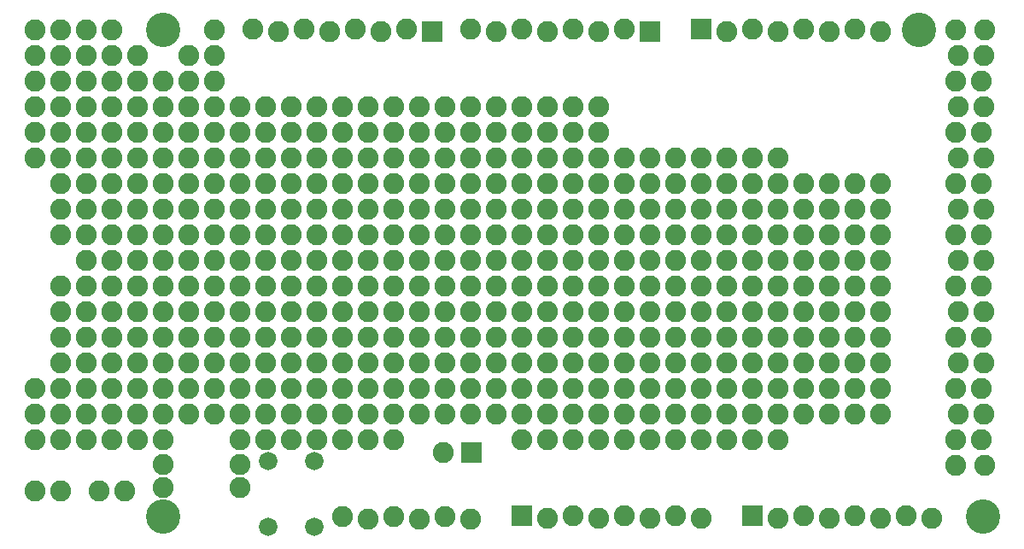
<source format=gbs>
G75*
%MOIN*%
%OFA0B0*%
%FSLAX24Y24*%
%IPPOS*%
%LPD*%
%AMOC8*
5,1,8,0,0,1.08239X$1,22.5*
%
%ADD10C,0.1340*%
%ADD11R,0.0820X0.0820*%
%ADD12C,0.0820*%
%ADD13C,0.0720*%
D10*
X006333Y004500D03*
X038333Y004500D03*
X035833Y023500D03*
X006333Y023500D03*
D11*
X016833Y023450D03*
X025333Y023450D03*
X027333Y023550D03*
X018383Y007000D03*
X020333Y004550D03*
X029333Y004550D03*
D12*
X030333Y004450D03*
X031333Y004550D03*
X032333Y004450D03*
X033333Y004550D03*
X034333Y004450D03*
X035333Y004550D03*
X036333Y004450D03*
X037263Y006500D03*
X038403Y006500D03*
X038283Y007500D03*
X037283Y007500D03*
X037383Y008500D03*
X038383Y008500D03*
X038283Y009500D03*
X037283Y009500D03*
X037383Y010500D03*
X038383Y010500D03*
X038283Y011500D03*
X037283Y011500D03*
X037383Y012500D03*
X038383Y012500D03*
X038283Y013500D03*
X037283Y013500D03*
X037383Y014500D03*
X038383Y014500D03*
X038283Y015500D03*
X037283Y015500D03*
X037383Y016500D03*
X038383Y016500D03*
X038283Y017500D03*
X037283Y017500D03*
X037383Y018500D03*
X038383Y018500D03*
X038283Y019500D03*
X037283Y019500D03*
X037383Y020500D03*
X038383Y020500D03*
X038283Y021500D03*
X037283Y021500D03*
X037383Y022500D03*
X038383Y022500D03*
X038403Y023500D03*
X037263Y023500D03*
X034333Y023450D03*
X033333Y023550D03*
X032333Y023450D03*
X031333Y023550D03*
X030333Y023450D03*
X029333Y023550D03*
X028333Y023450D03*
X024333Y023550D03*
X023333Y023450D03*
X022333Y023550D03*
X021333Y023450D03*
X020333Y023550D03*
X019333Y023450D03*
X018333Y023550D03*
X015833Y023550D03*
X014833Y023450D03*
X013833Y023550D03*
X012833Y023450D03*
X011833Y023550D03*
X010833Y023450D03*
X009833Y023550D03*
X008333Y023500D03*
X008333Y022500D03*
X007333Y022500D03*
X007333Y021500D03*
X008333Y021500D03*
X008333Y020500D03*
X007333Y020500D03*
X006333Y020500D03*
X005333Y020500D03*
X004333Y020500D03*
X003333Y020500D03*
X002333Y020500D03*
X001333Y020500D03*
X001333Y019500D03*
X002333Y019500D03*
X003333Y019500D03*
X004333Y019500D03*
X005333Y019500D03*
X006333Y019500D03*
X007333Y019500D03*
X008333Y019500D03*
X009333Y019500D03*
X010333Y019500D03*
X011333Y019500D03*
X012333Y019500D03*
X013333Y019500D03*
X014333Y019500D03*
X015333Y019500D03*
X016333Y019500D03*
X017333Y019500D03*
X018333Y019500D03*
X019333Y019500D03*
X020333Y019500D03*
X021333Y019500D03*
X022333Y019500D03*
X023333Y019500D03*
X023333Y018500D03*
X024333Y018500D03*
X025333Y018500D03*
X026333Y018500D03*
X027333Y018500D03*
X028333Y018500D03*
X029333Y018500D03*
X030333Y018500D03*
X030333Y017500D03*
X029333Y017500D03*
X028333Y017500D03*
X027333Y017500D03*
X026333Y017500D03*
X025333Y017500D03*
X024333Y017500D03*
X023333Y017500D03*
X022333Y017500D03*
X021333Y017500D03*
X020333Y017500D03*
X019333Y017500D03*
X018333Y017500D03*
X017333Y017500D03*
X016333Y017500D03*
X015333Y017500D03*
X014333Y017500D03*
X013333Y017500D03*
X012333Y017500D03*
X011333Y017500D03*
X010333Y017500D03*
X009333Y017500D03*
X008333Y017500D03*
X007333Y017500D03*
X006333Y017500D03*
X005333Y017500D03*
X004333Y017500D03*
X003333Y017500D03*
X002333Y017500D03*
X002333Y016500D03*
X003333Y016500D03*
X004333Y016500D03*
X005333Y016500D03*
X006333Y016500D03*
X007333Y016500D03*
X008333Y016500D03*
X009333Y016500D03*
X010333Y016500D03*
X011333Y016500D03*
X012333Y016500D03*
X013333Y016500D03*
X014333Y016500D03*
X015333Y016500D03*
X016333Y016500D03*
X017333Y016500D03*
X018333Y016500D03*
X019333Y016500D03*
X020333Y016500D03*
X021333Y016500D03*
X022333Y016500D03*
X023333Y016500D03*
X024333Y016500D03*
X025333Y016500D03*
X026333Y016500D03*
X027333Y016500D03*
X028333Y016500D03*
X029333Y016500D03*
X030333Y016500D03*
X031333Y016500D03*
X032333Y016500D03*
X033333Y016500D03*
X034333Y016500D03*
X034333Y015500D03*
X033333Y015500D03*
X032333Y015500D03*
X031333Y015500D03*
X030333Y015500D03*
X029333Y015500D03*
X028333Y015500D03*
X027333Y015500D03*
X026333Y015500D03*
X025333Y015500D03*
X024333Y015500D03*
X023333Y015500D03*
X022333Y015500D03*
X021333Y015500D03*
X020333Y015500D03*
X019333Y015500D03*
X018333Y015500D03*
X017333Y015500D03*
X016333Y015500D03*
X015333Y015500D03*
X014333Y015500D03*
X013333Y015500D03*
X012333Y015500D03*
X011333Y015500D03*
X010333Y015500D03*
X009333Y015500D03*
X008333Y015500D03*
X007333Y015500D03*
X006333Y015500D03*
X005333Y015500D03*
X004333Y015500D03*
X003333Y015500D03*
X002333Y015500D03*
X003333Y014500D03*
X004333Y014500D03*
X005333Y014500D03*
X006333Y014500D03*
X007333Y014500D03*
X008333Y014500D03*
X009333Y014500D03*
X010333Y014500D03*
X011333Y014500D03*
X012333Y014500D03*
X013333Y014500D03*
X014333Y014500D03*
X015333Y014500D03*
X016333Y014500D03*
X017333Y014500D03*
X018333Y014500D03*
X019333Y014500D03*
X020333Y014500D03*
X021333Y014500D03*
X022333Y014500D03*
X023333Y014500D03*
X024333Y014500D03*
X025333Y014500D03*
X026333Y014500D03*
X027333Y014500D03*
X028333Y014500D03*
X029333Y014500D03*
X030333Y014500D03*
X031333Y014500D03*
X032333Y014500D03*
X033333Y014500D03*
X034333Y014500D03*
X034333Y013500D03*
X033333Y013500D03*
X032333Y013500D03*
X031333Y013500D03*
X030333Y013500D03*
X029333Y013500D03*
X028333Y013500D03*
X027333Y013500D03*
X026333Y013500D03*
X025333Y013500D03*
X024333Y013500D03*
X023333Y013500D03*
X022333Y013500D03*
X021333Y013500D03*
X020333Y013500D03*
X019333Y013500D03*
X018333Y013500D03*
X017333Y013500D03*
X016333Y013500D03*
X015333Y013500D03*
X014333Y013500D03*
X013333Y013500D03*
X012333Y013500D03*
X011333Y013500D03*
X010333Y013500D03*
X009333Y013500D03*
X008333Y013500D03*
X007333Y013500D03*
X006333Y013500D03*
X005333Y013500D03*
X004333Y013500D03*
X003333Y013500D03*
X002333Y013500D03*
X002333Y012500D03*
X003333Y012500D03*
X004333Y012500D03*
X005333Y012500D03*
X006333Y012500D03*
X007333Y012500D03*
X008333Y012500D03*
X009333Y012500D03*
X010333Y012500D03*
X011333Y012500D03*
X012333Y012500D03*
X013333Y012500D03*
X014333Y012500D03*
X015333Y012500D03*
X016333Y012500D03*
X017333Y012500D03*
X018333Y012500D03*
X019333Y012500D03*
X020333Y012500D03*
X021333Y012500D03*
X022333Y012500D03*
X023333Y012500D03*
X024333Y012500D03*
X025333Y012500D03*
X026333Y012500D03*
X027333Y012500D03*
X028333Y012500D03*
X029333Y012500D03*
X030333Y012500D03*
X031333Y012500D03*
X032333Y012500D03*
X033333Y012500D03*
X034333Y012500D03*
X034333Y011500D03*
X033333Y011500D03*
X032333Y011500D03*
X031333Y011500D03*
X030333Y011500D03*
X029333Y011500D03*
X028333Y011500D03*
X027333Y011500D03*
X026333Y011500D03*
X025333Y011500D03*
X024333Y011500D03*
X023333Y011500D03*
X022333Y011500D03*
X021333Y011500D03*
X020333Y011500D03*
X019333Y011500D03*
X018333Y011500D03*
X017333Y011500D03*
X016333Y011500D03*
X015333Y011500D03*
X014333Y011500D03*
X013333Y011500D03*
X012333Y011500D03*
X011333Y011500D03*
X010333Y011500D03*
X009333Y011500D03*
X008333Y011500D03*
X007333Y011500D03*
X006333Y011500D03*
X005333Y011500D03*
X004333Y011500D03*
X003333Y011500D03*
X002333Y011500D03*
X002333Y010500D03*
X003333Y010500D03*
X004333Y010500D03*
X005333Y010500D03*
X006333Y010500D03*
X007333Y010500D03*
X008333Y010500D03*
X009333Y010500D03*
X010333Y010500D03*
X011333Y010500D03*
X012333Y010500D03*
X013333Y010500D03*
X014333Y010500D03*
X015333Y010500D03*
X016333Y010500D03*
X017333Y010500D03*
X018333Y010500D03*
X019333Y010500D03*
X020333Y010500D03*
X021333Y010500D03*
X022333Y010500D03*
X023333Y010500D03*
X024333Y010500D03*
X025333Y010500D03*
X026333Y010500D03*
X027333Y010500D03*
X028333Y010500D03*
X029333Y010500D03*
X030333Y010500D03*
X031333Y010500D03*
X032333Y010500D03*
X033333Y010500D03*
X034333Y010500D03*
X034333Y009500D03*
X033333Y009500D03*
X032333Y009500D03*
X031333Y009500D03*
X030333Y009500D03*
X029333Y009500D03*
X028333Y009500D03*
X027333Y009500D03*
X026333Y009500D03*
X025333Y009500D03*
X024333Y009500D03*
X023333Y009500D03*
X022333Y009500D03*
X021333Y009500D03*
X020333Y009500D03*
X019333Y009500D03*
X018333Y009500D03*
X017333Y009500D03*
X016333Y009500D03*
X015333Y009500D03*
X014333Y009500D03*
X013333Y009500D03*
X012333Y009500D03*
X011333Y009500D03*
X010333Y009500D03*
X009333Y009500D03*
X008333Y009500D03*
X007333Y009500D03*
X006333Y009500D03*
X005333Y009500D03*
X004333Y009500D03*
X003333Y009500D03*
X002333Y009500D03*
X001333Y009500D03*
X001333Y008500D03*
X002333Y008500D03*
X003333Y008500D03*
X004333Y008500D03*
X005333Y008500D03*
X006333Y008500D03*
X007333Y008500D03*
X008333Y008500D03*
X009333Y008500D03*
X010333Y008500D03*
X011333Y008500D03*
X012333Y008500D03*
X013333Y008500D03*
X014333Y008500D03*
X015333Y008500D03*
X016333Y008500D03*
X017333Y008500D03*
X018333Y008500D03*
X019333Y008500D03*
X020333Y008500D03*
X021333Y008500D03*
X022333Y008500D03*
X023333Y008500D03*
X024333Y008500D03*
X025333Y008500D03*
X026333Y008500D03*
X027333Y008500D03*
X028333Y008500D03*
X029333Y008500D03*
X030333Y008500D03*
X031333Y008500D03*
X032333Y008500D03*
X033333Y008500D03*
X034333Y008500D03*
X030333Y007500D03*
X029333Y007500D03*
X028333Y007500D03*
X027333Y007500D03*
X026333Y007500D03*
X025333Y007500D03*
X024333Y007500D03*
X023333Y007500D03*
X022333Y007500D03*
X021333Y007500D03*
X020333Y007500D03*
X017283Y007000D03*
X015333Y007500D03*
X014333Y007500D03*
X013333Y007500D03*
X012333Y007500D03*
X011333Y007500D03*
X010333Y007500D03*
X009333Y007500D03*
X009333Y006550D03*
X009333Y005650D03*
X006333Y005650D03*
X004833Y005500D03*
X003833Y005500D03*
X002333Y005500D03*
X001333Y005500D03*
X001333Y007500D03*
X002333Y007500D03*
X003333Y007500D03*
X004333Y007500D03*
X005333Y007500D03*
X006333Y007500D03*
X006333Y006550D03*
X013333Y004500D03*
X014333Y004400D03*
X015333Y004500D03*
X016333Y004400D03*
X017333Y004500D03*
X018333Y004400D03*
X021333Y004450D03*
X022333Y004550D03*
X023333Y004450D03*
X024333Y004550D03*
X025333Y004450D03*
X026333Y004550D03*
X027333Y004450D03*
X031333Y017500D03*
X032333Y017500D03*
X033333Y017500D03*
X034333Y017500D03*
X023333Y020500D03*
X022333Y020500D03*
X021333Y020500D03*
X020333Y020500D03*
X019333Y020500D03*
X018333Y020500D03*
X017333Y020500D03*
X016333Y020500D03*
X015333Y020500D03*
X014333Y020500D03*
X013333Y020500D03*
X012333Y020500D03*
X011333Y020500D03*
X010333Y020500D03*
X009333Y020500D03*
X006333Y021500D03*
X005333Y021500D03*
X004333Y021500D03*
X003333Y021500D03*
X002333Y021500D03*
X001333Y021500D03*
X001333Y022500D03*
X002333Y022500D03*
X003333Y022500D03*
X004333Y022500D03*
X005333Y022500D03*
X004333Y023500D03*
X003333Y023500D03*
X002333Y023500D03*
X001333Y023500D03*
X001333Y018500D03*
X002333Y018500D03*
X003333Y018500D03*
X004333Y018500D03*
X005333Y018500D03*
X006333Y018500D03*
X007333Y018500D03*
X008333Y018500D03*
X009333Y018500D03*
X010333Y018500D03*
X011333Y018500D03*
X012333Y018500D03*
X013333Y018500D03*
X014333Y018500D03*
X015333Y018500D03*
X016333Y018500D03*
X017333Y018500D03*
X018333Y018500D03*
X019333Y018500D03*
X020333Y018500D03*
X021333Y018500D03*
X022333Y018500D03*
D13*
X012223Y006680D03*
X010443Y006680D03*
X010443Y004120D03*
X012223Y004120D03*
M02*

</source>
